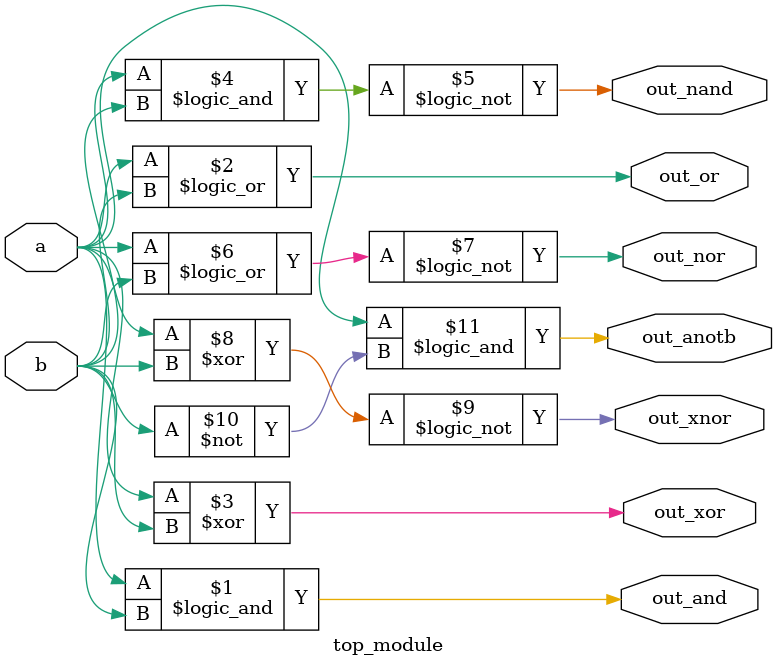
<source format=v>
module top_module( 
    input a, b,
    output out_and,
    output out_or,
    output out_xor,
    output out_nand,
    output out_nor,
    output out_xnor,
    output out_anotb
);

    assign out_and   = a && b,
           out_or    = a || b,
           out_xor   = a ^ b,
           out_nand  = !(a && b),
        out_nor   = !(a || b),
           out_xnor  = !(a ^ b),
           out_anotb = a && ~b;
    
endmodule

</source>
